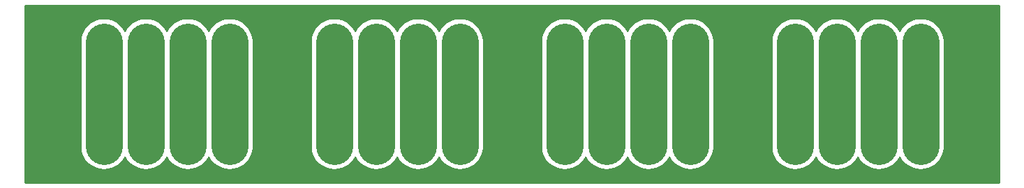
<source format=gbr>
%TF.GenerationSoftware,KiCad,Pcbnew,(5.1.6)-1*%
%TF.CreationDate,2022-05-09T12:52:55-05:00*%
%TF.ProjectId,edge_connector,65646765-5f63-46f6-9e6e-6563746f722e,rev?*%
%TF.SameCoordinates,Original*%
%TF.FileFunction,Copper,L2,Bot*%
%TF.FilePolarity,Positive*%
%FSLAX46Y46*%
G04 Gerber Fmt 4.6, Leading zero omitted, Abs format (unit mm)*
G04 Created by KiCad (PCBNEW (5.1.6)-1) date 2022-05-09 12:52:55*
%MOMM*%
%LPD*%
G01*
G04 APERTURE LIST*
%TA.AperFunction,ComponentPad*%
%ADD10C,3.000000*%
%TD*%
%TA.AperFunction,ViaPad*%
%ADD11C,5.000000*%
%TD*%
%TA.AperFunction,Conductor*%
%ADD12C,4.500000*%
%TD*%
%TA.AperFunction,Conductor*%
%ADD13C,0.254000*%
%TD*%
G04 APERTURE END LIST*
D10*
%TO.P,J7,4*%
%TO.N,Net-(J1-Pad1)*%
X10160000Y5080000D03*
%TO.P,J7,3*%
%TO.N,Net-(J1-Pad2)*%
X15240000Y5080000D03*
%TO.P,J7,2*%
%TO.N,Net-(J1-Pad3)*%
X20320000Y5080000D03*
%TO.P,J7,1*%
%TO.N,Net-(J1-Pad4)*%
X25400000Y5080000D03*
%TD*%
%TO.P,J8,1*%
%TO.N,Net-(J2-Pad4)*%
X53340000Y5080000D03*
%TO.P,J8,2*%
%TO.N,Net-(J2-Pad3)*%
X48260000Y5080000D03*
%TO.P,J8,3*%
%TO.N,Net-(J2-Pad2)*%
X43180000Y5080000D03*
%TO.P,J8,4*%
%TO.N,Net-(J2-Pad1)*%
X38100000Y5080000D03*
%TD*%
%TO.P,J9,4*%
%TO.N,Net-(J3-Pad1)*%
X66040000Y5080000D03*
%TO.P,J9,3*%
%TO.N,Net-(J3-Pad2)*%
X71120000Y5080000D03*
%TO.P,J9,2*%
%TO.N,Net-(J3-Pad3)*%
X76200000Y5080000D03*
%TO.P,J9,1*%
%TO.N,Net-(J3-Pad4)*%
X81280000Y5080000D03*
%TD*%
%TO.P,J1,5*%
%TO.N,GND*%
X30480000Y17780000D03*
%TO.P,J1,4*%
%TO.N,Net-(J1-Pad4)*%
X25400000Y17780000D03*
%TO.P,J1,3*%
%TO.N,Net-(J1-Pad3)*%
X20320000Y17780000D03*
%TO.P,J1,2*%
%TO.N,Net-(J1-Pad2)*%
X15240000Y17780000D03*
%TO.P,J1,1*%
%TO.N,Net-(J1-Pad1)*%
X10160000Y17780000D03*
%TD*%
%TO.P,J2,1*%
%TO.N,Net-(J2-Pad1)*%
X38100000Y17780000D03*
%TO.P,J2,2*%
%TO.N,Net-(J2-Pad2)*%
X43180000Y17780000D03*
%TO.P,J2,3*%
%TO.N,Net-(J2-Pad3)*%
X48260000Y17780000D03*
%TO.P,J2,4*%
%TO.N,Net-(J2-Pad4)*%
X53340000Y17780000D03*
%TO.P,J2,5*%
%TO.N,GND*%
X58420000Y17780000D03*
%TD*%
%TO.P,J3,5*%
%TO.N,GND*%
X86360000Y17780000D03*
%TO.P,J3,4*%
%TO.N,Net-(J3-Pad4)*%
X81280000Y17780000D03*
%TO.P,J3,3*%
%TO.N,Net-(J3-Pad3)*%
X76200000Y17780000D03*
%TO.P,J3,2*%
%TO.N,Net-(J3-Pad2)*%
X71120000Y17780000D03*
%TO.P,J3,1*%
%TO.N,Net-(J3-Pad1)*%
X66040000Y17780000D03*
%TD*%
%TO.P,J4,1*%
%TO.N,Net-(J10-Pad5)*%
X93980000Y17780000D03*
%TO.P,J4,2*%
%TO.N,Net-(J10-Pad4)*%
X99060000Y17780000D03*
%TO.P,J4,3*%
%TO.N,Net-(J10-Pad3)*%
X104140000Y17780000D03*
%TO.P,J4,4*%
%TO.N,Net-(J10-Pad2)*%
X109220000Y17780000D03*
%TO.P,J4,5*%
%TO.N,GND*%
X114300000Y17780000D03*
%TD*%
%TO.P,J10,5*%
%TO.N,Net-(J10-Pad5)*%
X93980000Y5080000D03*
%TO.P,J10,4*%
%TO.N,Net-(J10-Pad4)*%
X99060000Y5080000D03*
%TO.P,J10,3*%
%TO.N,Net-(J10-Pad3)*%
X104140000Y5080000D03*
%TO.P,J10,2*%
%TO.N,Net-(J10-Pad2)*%
X109220000Y5080000D03*
%TO.P,J10,1*%
%TO.N,GND*%
X114300000Y5080000D03*
%TD*%
D11*
%TO.N,GND*%
X3810000Y12065000D03*
X59690000Y12065000D03*
X115570000Y12065000D03*
%TD*%
D12*
%TO.N,Net-(J1-Pad1)*%
X10160000Y17780000D02*
X10160000Y5080000D01*
%TO.N,Net-(J1-Pad2)*%
X15240000Y17780000D02*
X15240000Y5080000D01*
%TO.N,Net-(J1-Pad3)*%
X20320000Y17780000D02*
X20320000Y5080000D01*
%TO.N,Net-(J1-Pad4)*%
X25400000Y17780000D02*
X25400000Y5080000D01*
%TO.N,Net-(J2-Pad4)*%
X53340000Y17780000D02*
X53340000Y5080000D01*
%TO.N,Net-(J2-Pad3)*%
X48260000Y17780000D02*
X48260000Y5080000D01*
%TO.N,Net-(J2-Pad2)*%
X43180000Y17780000D02*
X43180000Y5080000D01*
%TO.N,Net-(J2-Pad1)*%
X38100000Y17780000D02*
X38100000Y5080000D01*
%TO.N,Net-(J3-Pad1)*%
X66040000Y17780000D02*
X66040000Y5080000D01*
%TO.N,Net-(J3-Pad2)*%
X71120000Y17780000D02*
X71120000Y5080000D01*
%TO.N,Net-(J3-Pad3)*%
X76200000Y17780000D02*
X76200000Y5080000D01*
%TO.N,Net-(J3-Pad4)*%
X81280000Y17780000D02*
X81280000Y5080000D01*
%TO.N,Net-(J10-Pad2)*%
X109220000Y17780000D02*
X109220000Y5080000D01*
%TO.N,Net-(J10-Pad3)*%
X104140000Y17780000D02*
X104140000Y5080000D01*
%TO.N,Net-(J10-Pad4)*%
X99060000Y17780000D02*
X99060000Y5080000D01*
%TO.N,Net-(J10-Pad5)*%
X93980000Y17780000D02*
X93980000Y5080000D01*
%TD*%
D13*
%TO.N,GND*%
G36*
X118720000Y660000D02*
G01*
X660000Y660000D01*
X660000Y17921726D01*
X7275000Y17921726D01*
X7275001Y4938273D01*
X7316745Y4514441D01*
X7481712Y3970616D01*
X7749605Y3469425D01*
X8110127Y3030126D01*
X8549426Y2669604D01*
X9050617Y2401711D01*
X9594442Y2236744D01*
X10160000Y2181041D01*
X10725559Y2236744D01*
X11269384Y2401711D01*
X11770575Y2669604D01*
X12209874Y3030126D01*
X12570396Y3469425D01*
X12700001Y3711897D01*
X12829605Y3469425D01*
X13190127Y3030126D01*
X13629426Y2669604D01*
X14130617Y2401711D01*
X14674442Y2236744D01*
X15240000Y2181041D01*
X15805559Y2236744D01*
X16349384Y2401711D01*
X16850575Y2669604D01*
X17289874Y3030126D01*
X17650396Y3469425D01*
X17780001Y3711897D01*
X17909605Y3469425D01*
X18270127Y3030126D01*
X18709426Y2669604D01*
X19210617Y2401711D01*
X19754442Y2236744D01*
X20320000Y2181041D01*
X20885559Y2236744D01*
X21429384Y2401711D01*
X21930575Y2669604D01*
X22369874Y3030126D01*
X22730396Y3469425D01*
X22860001Y3711897D01*
X22989605Y3469425D01*
X23350127Y3030126D01*
X23789426Y2669604D01*
X24290617Y2401711D01*
X24834442Y2236744D01*
X25400000Y2181041D01*
X25965559Y2236744D01*
X26509384Y2401711D01*
X27010575Y2669604D01*
X27449874Y3030126D01*
X27810396Y3469425D01*
X28078289Y3970616D01*
X28243256Y4514441D01*
X28285000Y4938273D01*
X28285000Y17921726D01*
X35215000Y17921726D01*
X35215001Y4938273D01*
X35256745Y4514441D01*
X35421712Y3970616D01*
X35689605Y3469425D01*
X36050127Y3030126D01*
X36489426Y2669604D01*
X36990617Y2401711D01*
X37534442Y2236744D01*
X38100000Y2181041D01*
X38665559Y2236744D01*
X39209384Y2401711D01*
X39710575Y2669604D01*
X40149874Y3030126D01*
X40510396Y3469425D01*
X40640001Y3711897D01*
X40769605Y3469425D01*
X41130127Y3030126D01*
X41569426Y2669604D01*
X42070617Y2401711D01*
X42614442Y2236744D01*
X43180000Y2181041D01*
X43745559Y2236744D01*
X44289384Y2401711D01*
X44790575Y2669604D01*
X45229874Y3030126D01*
X45590396Y3469425D01*
X45720001Y3711897D01*
X45849605Y3469425D01*
X46210127Y3030126D01*
X46649426Y2669604D01*
X47150617Y2401711D01*
X47694442Y2236744D01*
X48260000Y2181041D01*
X48825559Y2236744D01*
X49369384Y2401711D01*
X49870575Y2669604D01*
X50309874Y3030126D01*
X50670396Y3469425D01*
X50800001Y3711897D01*
X50929605Y3469425D01*
X51290127Y3030126D01*
X51729426Y2669604D01*
X52230617Y2401711D01*
X52774442Y2236744D01*
X53340000Y2181041D01*
X53905559Y2236744D01*
X54449384Y2401711D01*
X54950575Y2669604D01*
X55389874Y3030126D01*
X55750396Y3469425D01*
X56018289Y3970616D01*
X56183256Y4514441D01*
X56225000Y4938273D01*
X56225000Y17921726D01*
X63155000Y17921726D01*
X63155001Y4938273D01*
X63196745Y4514441D01*
X63361712Y3970616D01*
X63629605Y3469425D01*
X63990127Y3030126D01*
X64429426Y2669604D01*
X64930617Y2401711D01*
X65474442Y2236744D01*
X66040000Y2181041D01*
X66605559Y2236744D01*
X67149384Y2401711D01*
X67650575Y2669604D01*
X68089874Y3030126D01*
X68450396Y3469425D01*
X68580001Y3711897D01*
X68709605Y3469425D01*
X69070127Y3030126D01*
X69509426Y2669604D01*
X70010617Y2401711D01*
X70554442Y2236744D01*
X71120000Y2181041D01*
X71685559Y2236744D01*
X72229384Y2401711D01*
X72730575Y2669604D01*
X73169874Y3030126D01*
X73530396Y3469425D01*
X73660001Y3711897D01*
X73789605Y3469425D01*
X74150127Y3030126D01*
X74589426Y2669604D01*
X75090617Y2401711D01*
X75634442Y2236744D01*
X76200000Y2181041D01*
X76765559Y2236744D01*
X77309384Y2401711D01*
X77810575Y2669604D01*
X78249874Y3030126D01*
X78610396Y3469425D01*
X78740001Y3711897D01*
X78869605Y3469425D01*
X79230127Y3030126D01*
X79669426Y2669604D01*
X80170617Y2401711D01*
X80714442Y2236744D01*
X81280000Y2181041D01*
X81845559Y2236744D01*
X82389384Y2401711D01*
X82890575Y2669604D01*
X83329874Y3030126D01*
X83690396Y3469425D01*
X83958289Y3970616D01*
X84123256Y4514441D01*
X84165000Y4938273D01*
X84165000Y17921726D01*
X91095000Y17921726D01*
X91095001Y4938273D01*
X91136745Y4514441D01*
X91301712Y3970616D01*
X91569605Y3469425D01*
X91930127Y3030126D01*
X92369426Y2669604D01*
X92870617Y2401711D01*
X93414442Y2236744D01*
X93980000Y2181041D01*
X94545559Y2236744D01*
X95089384Y2401711D01*
X95590575Y2669604D01*
X96029874Y3030126D01*
X96390396Y3469425D01*
X96520001Y3711897D01*
X96649605Y3469425D01*
X97010127Y3030126D01*
X97449426Y2669604D01*
X97950617Y2401711D01*
X98494442Y2236744D01*
X99060000Y2181041D01*
X99625559Y2236744D01*
X100169384Y2401711D01*
X100670575Y2669604D01*
X101109874Y3030126D01*
X101470396Y3469425D01*
X101600001Y3711897D01*
X101729605Y3469425D01*
X102090127Y3030126D01*
X102529426Y2669604D01*
X103030617Y2401711D01*
X103574442Y2236744D01*
X104140000Y2181041D01*
X104705559Y2236744D01*
X105249384Y2401711D01*
X105750575Y2669604D01*
X106189874Y3030126D01*
X106550396Y3469425D01*
X106680001Y3711897D01*
X106809605Y3469425D01*
X107170127Y3030126D01*
X107609426Y2669604D01*
X108110617Y2401711D01*
X108654442Y2236744D01*
X109220000Y2181041D01*
X109785559Y2236744D01*
X110329384Y2401711D01*
X110830575Y2669604D01*
X111269874Y3030126D01*
X111630396Y3469425D01*
X111898289Y3970616D01*
X112063256Y4514441D01*
X112105000Y4938273D01*
X112105000Y17921727D01*
X112063256Y18345559D01*
X111898289Y18889384D01*
X111630396Y19390575D01*
X111269873Y19829874D01*
X110830574Y20190396D01*
X110329383Y20458289D01*
X109785558Y20623256D01*
X109220000Y20678959D01*
X108654441Y20623256D01*
X108110616Y20458289D01*
X107609425Y20190396D01*
X107170126Y19829873D01*
X106809604Y19390574D01*
X106680000Y19148103D01*
X106550396Y19390575D01*
X106189873Y19829874D01*
X105750574Y20190396D01*
X105249383Y20458289D01*
X104705558Y20623256D01*
X104140000Y20678959D01*
X103574441Y20623256D01*
X103030616Y20458289D01*
X102529425Y20190396D01*
X102090126Y19829873D01*
X101729604Y19390574D01*
X101600000Y19148103D01*
X101470396Y19390575D01*
X101109873Y19829874D01*
X100670574Y20190396D01*
X100169383Y20458289D01*
X99625558Y20623256D01*
X99060000Y20678959D01*
X98494441Y20623256D01*
X97950616Y20458289D01*
X97449425Y20190396D01*
X97010126Y19829873D01*
X96649604Y19390574D01*
X96520000Y19148103D01*
X96390396Y19390575D01*
X96029873Y19829874D01*
X95590574Y20190396D01*
X95089383Y20458289D01*
X94545558Y20623256D01*
X93980000Y20678959D01*
X93414441Y20623256D01*
X92870616Y20458289D01*
X92369425Y20190396D01*
X91930126Y19829873D01*
X91569604Y19390574D01*
X91301711Y18889383D01*
X91136744Y18345558D01*
X91095000Y17921726D01*
X84165000Y17921726D01*
X84165000Y17921727D01*
X84123256Y18345559D01*
X83958289Y18889384D01*
X83690396Y19390575D01*
X83329873Y19829874D01*
X82890574Y20190396D01*
X82389383Y20458289D01*
X81845558Y20623256D01*
X81280000Y20678959D01*
X80714441Y20623256D01*
X80170616Y20458289D01*
X79669425Y20190396D01*
X79230126Y19829873D01*
X78869604Y19390574D01*
X78740000Y19148103D01*
X78610396Y19390575D01*
X78249873Y19829874D01*
X77810574Y20190396D01*
X77309383Y20458289D01*
X76765558Y20623256D01*
X76200000Y20678959D01*
X75634441Y20623256D01*
X75090616Y20458289D01*
X74589425Y20190396D01*
X74150126Y19829873D01*
X73789604Y19390574D01*
X73660000Y19148103D01*
X73530396Y19390575D01*
X73169873Y19829874D01*
X72730574Y20190396D01*
X72229383Y20458289D01*
X71685558Y20623256D01*
X71120000Y20678959D01*
X70554441Y20623256D01*
X70010616Y20458289D01*
X69509425Y20190396D01*
X69070126Y19829873D01*
X68709604Y19390574D01*
X68580000Y19148103D01*
X68450396Y19390575D01*
X68089873Y19829874D01*
X67650574Y20190396D01*
X67149383Y20458289D01*
X66605558Y20623256D01*
X66040000Y20678959D01*
X65474441Y20623256D01*
X64930616Y20458289D01*
X64429425Y20190396D01*
X63990126Y19829873D01*
X63629604Y19390574D01*
X63361711Y18889383D01*
X63196744Y18345558D01*
X63155000Y17921726D01*
X56225000Y17921726D01*
X56225000Y17921727D01*
X56183256Y18345559D01*
X56018289Y18889384D01*
X55750396Y19390575D01*
X55389873Y19829874D01*
X54950574Y20190396D01*
X54449383Y20458289D01*
X53905558Y20623256D01*
X53340000Y20678959D01*
X52774441Y20623256D01*
X52230616Y20458289D01*
X51729425Y20190396D01*
X51290126Y19829873D01*
X50929604Y19390574D01*
X50800000Y19148103D01*
X50670396Y19390575D01*
X50309873Y19829874D01*
X49870574Y20190396D01*
X49369383Y20458289D01*
X48825558Y20623256D01*
X48260000Y20678959D01*
X47694441Y20623256D01*
X47150616Y20458289D01*
X46649425Y20190396D01*
X46210126Y19829873D01*
X45849604Y19390574D01*
X45720000Y19148103D01*
X45590396Y19390575D01*
X45229873Y19829874D01*
X44790574Y20190396D01*
X44289383Y20458289D01*
X43745558Y20623256D01*
X43180000Y20678959D01*
X42614441Y20623256D01*
X42070616Y20458289D01*
X41569425Y20190396D01*
X41130126Y19829873D01*
X40769604Y19390574D01*
X40640000Y19148103D01*
X40510396Y19390575D01*
X40149873Y19829874D01*
X39710574Y20190396D01*
X39209383Y20458289D01*
X38665558Y20623256D01*
X38100000Y20678959D01*
X37534441Y20623256D01*
X36990616Y20458289D01*
X36489425Y20190396D01*
X36050126Y19829873D01*
X35689604Y19390574D01*
X35421711Y18889383D01*
X35256744Y18345558D01*
X35215000Y17921726D01*
X28285000Y17921726D01*
X28285000Y17921727D01*
X28243256Y18345559D01*
X28078289Y18889384D01*
X27810396Y19390575D01*
X27449873Y19829874D01*
X27010574Y20190396D01*
X26509383Y20458289D01*
X25965558Y20623256D01*
X25400000Y20678959D01*
X24834441Y20623256D01*
X24290616Y20458289D01*
X23789425Y20190396D01*
X23350126Y19829873D01*
X22989604Y19390574D01*
X22860000Y19148103D01*
X22730396Y19390575D01*
X22369873Y19829874D01*
X21930574Y20190396D01*
X21429383Y20458289D01*
X20885558Y20623256D01*
X20320000Y20678959D01*
X19754441Y20623256D01*
X19210616Y20458289D01*
X18709425Y20190396D01*
X18270126Y19829873D01*
X17909604Y19390574D01*
X17780000Y19148103D01*
X17650396Y19390575D01*
X17289873Y19829874D01*
X16850574Y20190396D01*
X16349383Y20458289D01*
X15805558Y20623256D01*
X15240000Y20678959D01*
X14674441Y20623256D01*
X14130616Y20458289D01*
X13629425Y20190396D01*
X13190126Y19829873D01*
X12829604Y19390574D01*
X12700000Y19148103D01*
X12570396Y19390575D01*
X12209873Y19829874D01*
X11770574Y20190396D01*
X11269383Y20458289D01*
X10725558Y20623256D01*
X10160000Y20678959D01*
X9594441Y20623256D01*
X9050616Y20458289D01*
X8549425Y20190396D01*
X8110126Y19829873D01*
X7749604Y19390574D01*
X7481711Y18889383D01*
X7316744Y18345558D01*
X7275000Y17921726D01*
X660000Y17921726D01*
X660000Y22200000D01*
X118720001Y22200000D01*
X118720000Y660000D01*
G37*
X118720000Y660000D02*
X660000Y660000D01*
X660000Y17921726D01*
X7275000Y17921726D01*
X7275001Y4938273D01*
X7316745Y4514441D01*
X7481712Y3970616D01*
X7749605Y3469425D01*
X8110127Y3030126D01*
X8549426Y2669604D01*
X9050617Y2401711D01*
X9594442Y2236744D01*
X10160000Y2181041D01*
X10725559Y2236744D01*
X11269384Y2401711D01*
X11770575Y2669604D01*
X12209874Y3030126D01*
X12570396Y3469425D01*
X12700001Y3711897D01*
X12829605Y3469425D01*
X13190127Y3030126D01*
X13629426Y2669604D01*
X14130617Y2401711D01*
X14674442Y2236744D01*
X15240000Y2181041D01*
X15805559Y2236744D01*
X16349384Y2401711D01*
X16850575Y2669604D01*
X17289874Y3030126D01*
X17650396Y3469425D01*
X17780001Y3711897D01*
X17909605Y3469425D01*
X18270127Y3030126D01*
X18709426Y2669604D01*
X19210617Y2401711D01*
X19754442Y2236744D01*
X20320000Y2181041D01*
X20885559Y2236744D01*
X21429384Y2401711D01*
X21930575Y2669604D01*
X22369874Y3030126D01*
X22730396Y3469425D01*
X22860001Y3711897D01*
X22989605Y3469425D01*
X23350127Y3030126D01*
X23789426Y2669604D01*
X24290617Y2401711D01*
X24834442Y2236744D01*
X25400000Y2181041D01*
X25965559Y2236744D01*
X26509384Y2401711D01*
X27010575Y2669604D01*
X27449874Y3030126D01*
X27810396Y3469425D01*
X28078289Y3970616D01*
X28243256Y4514441D01*
X28285000Y4938273D01*
X28285000Y17921726D01*
X35215000Y17921726D01*
X35215001Y4938273D01*
X35256745Y4514441D01*
X35421712Y3970616D01*
X35689605Y3469425D01*
X36050127Y3030126D01*
X36489426Y2669604D01*
X36990617Y2401711D01*
X37534442Y2236744D01*
X38100000Y2181041D01*
X38665559Y2236744D01*
X39209384Y2401711D01*
X39710575Y2669604D01*
X40149874Y3030126D01*
X40510396Y3469425D01*
X40640001Y3711897D01*
X40769605Y3469425D01*
X41130127Y3030126D01*
X41569426Y2669604D01*
X42070617Y2401711D01*
X42614442Y2236744D01*
X43180000Y2181041D01*
X43745559Y2236744D01*
X44289384Y2401711D01*
X44790575Y2669604D01*
X45229874Y3030126D01*
X45590396Y3469425D01*
X45720001Y3711897D01*
X45849605Y3469425D01*
X46210127Y3030126D01*
X46649426Y2669604D01*
X47150617Y2401711D01*
X47694442Y2236744D01*
X48260000Y2181041D01*
X48825559Y2236744D01*
X49369384Y2401711D01*
X49870575Y2669604D01*
X50309874Y3030126D01*
X50670396Y3469425D01*
X50800001Y3711897D01*
X50929605Y3469425D01*
X51290127Y3030126D01*
X51729426Y2669604D01*
X52230617Y2401711D01*
X52774442Y2236744D01*
X53340000Y2181041D01*
X53905559Y2236744D01*
X54449384Y2401711D01*
X54950575Y2669604D01*
X55389874Y3030126D01*
X55750396Y3469425D01*
X56018289Y3970616D01*
X56183256Y4514441D01*
X56225000Y4938273D01*
X56225000Y17921726D01*
X63155000Y17921726D01*
X63155001Y4938273D01*
X63196745Y4514441D01*
X63361712Y3970616D01*
X63629605Y3469425D01*
X63990127Y3030126D01*
X64429426Y2669604D01*
X64930617Y2401711D01*
X65474442Y2236744D01*
X66040000Y2181041D01*
X66605559Y2236744D01*
X67149384Y2401711D01*
X67650575Y2669604D01*
X68089874Y3030126D01*
X68450396Y3469425D01*
X68580001Y3711897D01*
X68709605Y3469425D01*
X69070127Y3030126D01*
X69509426Y2669604D01*
X70010617Y2401711D01*
X70554442Y2236744D01*
X71120000Y2181041D01*
X71685559Y2236744D01*
X72229384Y2401711D01*
X72730575Y2669604D01*
X73169874Y3030126D01*
X73530396Y3469425D01*
X73660001Y3711897D01*
X73789605Y3469425D01*
X74150127Y3030126D01*
X74589426Y2669604D01*
X75090617Y2401711D01*
X75634442Y2236744D01*
X76200000Y2181041D01*
X76765559Y2236744D01*
X77309384Y2401711D01*
X77810575Y2669604D01*
X78249874Y3030126D01*
X78610396Y3469425D01*
X78740001Y3711897D01*
X78869605Y3469425D01*
X79230127Y3030126D01*
X79669426Y2669604D01*
X80170617Y2401711D01*
X80714442Y2236744D01*
X81280000Y2181041D01*
X81845559Y2236744D01*
X82389384Y2401711D01*
X82890575Y2669604D01*
X83329874Y3030126D01*
X83690396Y3469425D01*
X83958289Y3970616D01*
X84123256Y4514441D01*
X84165000Y4938273D01*
X84165000Y17921726D01*
X91095000Y17921726D01*
X91095001Y4938273D01*
X91136745Y4514441D01*
X91301712Y3970616D01*
X91569605Y3469425D01*
X91930127Y3030126D01*
X92369426Y2669604D01*
X92870617Y2401711D01*
X93414442Y2236744D01*
X93980000Y2181041D01*
X94545559Y2236744D01*
X95089384Y2401711D01*
X95590575Y2669604D01*
X96029874Y3030126D01*
X96390396Y3469425D01*
X96520001Y3711897D01*
X96649605Y3469425D01*
X97010127Y3030126D01*
X97449426Y2669604D01*
X97950617Y2401711D01*
X98494442Y2236744D01*
X99060000Y2181041D01*
X99625559Y2236744D01*
X100169384Y2401711D01*
X100670575Y2669604D01*
X101109874Y3030126D01*
X101470396Y3469425D01*
X101600001Y3711897D01*
X101729605Y3469425D01*
X102090127Y3030126D01*
X102529426Y2669604D01*
X103030617Y2401711D01*
X103574442Y2236744D01*
X104140000Y2181041D01*
X104705559Y2236744D01*
X105249384Y2401711D01*
X105750575Y2669604D01*
X106189874Y3030126D01*
X106550396Y3469425D01*
X106680001Y3711897D01*
X106809605Y3469425D01*
X107170127Y3030126D01*
X107609426Y2669604D01*
X108110617Y2401711D01*
X108654442Y2236744D01*
X109220000Y2181041D01*
X109785559Y2236744D01*
X110329384Y2401711D01*
X110830575Y2669604D01*
X111269874Y3030126D01*
X111630396Y3469425D01*
X111898289Y3970616D01*
X112063256Y4514441D01*
X112105000Y4938273D01*
X112105000Y17921727D01*
X112063256Y18345559D01*
X111898289Y18889384D01*
X111630396Y19390575D01*
X111269873Y19829874D01*
X110830574Y20190396D01*
X110329383Y20458289D01*
X109785558Y20623256D01*
X109220000Y20678959D01*
X108654441Y20623256D01*
X108110616Y20458289D01*
X107609425Y20190396D01*
X107170126Y19829873D01*
X106809604Y19390574D01*
X106680000Y19148103D01*
X106550396Y19390575D01*
X106189873Y19829874D01*
X105750574Y20190396D01*
X105249383Y20458289D01*
X104705558Y20623256D01*
X104140000Y20678959D01*
X103574441Y20623256D01*
X103030616Y20458289D01*
X102529425Y20190396D01*
X102090126Y19829873D01*
X101729604Y19390574D01*
X101600000Y19148103D01*
X101470396Y19390575D01*
X101109873Y19829874D01*
X100670574Y20190396D01*
X100169383Y20458289D01*
X99625558Y20623256D01*
X99060000Y20678959D01*
X98494441Y20623256D01*
X97950616Y20458289D01*
X97449425Y20190396D01*
X97010126Y19829873D01*
X96649604Y19390574D01*
X96520000Y19148103D01*
X96390396Y19390575D01*
X96029873Y19829874D01*
X95590574Y20190396D01*
X95089383Y20458289D01*
X94545558Y20623256D01*
X93980000Y20678959D01*
X93414441Y20623256D01*
X92870616Y20458289D01*
X92369425Y20190396D01*
X91930126Y19829873D01*
X91569604Y19390574D01*
X91301711Y18889383D01*
X91136744Y18345558D01*
X91095000Y17921726D01*
X84165000Y17921726D01*
X84165000Y17921727D01*
X84123256Y18345559D01*
X83958289Y18889384D01*
X83690396Y19390575D01*
X83329873Y19829874D01*
X82890574Y20190396D01*
X82389383Y20458289D01*
X81845558Y20623256D01*
X81280000Y20678959D01*
X80714441Y20623256D01*
X80170616Y20458289D01*
X79669425Y20190396D01*
X79230126Y19829873D01*
X78869604Y19390574D01*
X78740000Y19148103D01*
X78610396Y19390575D01*
X78249873Y19829874D01*
X77810574Y20190396D01*
X77309383Y20458289D01*
X76765558Y20623256D01*
X76200000Y20678959D01*
X75634441Y20623256D01*
X75090616Y20458289D01*
X74589425Y20190396D01*
X74150126Y19829873D01*
X73789604Y19390574D01*
X73660000Y19148103D01*
X73530396Y19390575D01*
X73169873Y19829874D01*
X72730574Y20190396D01*
X72229383Y20458289D01*
X71685558Y20623256D01*
X71120000Y20678959D01*
X70554441Y20623256D01*
X70010616Y20458289D01*
X69509425Y20190396D01*
X69070126Y19829873D01*
X68709604Y19390574D01*
X68580000Y19148103D01*
X68450396Y19390575D01*
X68089873Y19829874D01*
X67650574Y20190396D01*
X67149383Y20458289D01*
X66605558Y20623256D01*
X66040000Y20678959D01*
X65474441Y20623256D01*
X64930616Y20458289D01*
X64429425Y20190396D01*
X63990126Y19829873D01*
X63629604Y19390574D01*
X63361711Y18889383D01*
X63196744Y18345558D01*
X63155000Y17921726D01*
X56225000Y17921726D01*
X56225000Y17921727D01*
X56183256Y18345559D01*
X56018289Y18889384D01*
X55750396Y19390575D01*
X55389873Y19829874D01*
X54950574Y20190396D01*
X54449383Y20458289D01*
X53905558Y20623256D01*
X53340000Y20678959D01*
X52774441Y20623256D01*
X52230616Y20458289D01*
X51729425Y20190396D01*
X51290126Y19829873D01*
X50929604Y19390574D01*
X50800000Y19148103D01*
X50670396Y19390575D01*
X50309873Y19829874D01*
X49870574Y20190396D01*
X49369383Y20458289D01*
X48825558Y20623256D01*
X48260000Y20678959D01*
X47694441Y20623256D01*
X47150616Y20458289D01*
X46649425Y20190396D01*
X46210126Y19829873D01*
X45849604Y19390574D01*
X45720000Y19148103D01*
X45590396Y19390575D01*
X45229873Y19829874D01*
X44790574Y20190396D01*
X44289383Y20458289D01*
X43745558Y20623256D01*
X43180000Y20678959D01*
X42614441Y20623256D01*
X42070616Y20458289D01*
X41569425Y20190396D01*
X41130126Y19829873D01*
X40769604Y19390574D01*
X40640000Y19148103D01*
X40510396Y19390575D01*
X40149873Y19829874D01*
X39710574Y20190396D01*
X39209383Y20458289D01*
X38665558Y20623256D01*
X38100000Y20678959D01*
X37534441Y20623256D01*
X36990616Y20458289D01*
X36489425Y20190396D01*
X36050126Y19829873D01*
X35689604Y19390574D01*
X35421711Y18889383D01*
X35256744Y18345558D01*
X35215000Y17921726D01*
X28285000Y17921726D01*
X28285000Y17921727D01*
X28243256Y18345559D01*
X28078289Y18889384D01*
X27810396Y19390575D01*
X27449873Y19829874D01*
X27010574Y20190396D01*
X26509383Y20458289D01*
X25965558Y20623256D01*
X25400000Y20678959D01*
X24834441Y20623256D01*
X24290616Y20458289D01*
X23789425Y20190396D01*
X23350126Y19829873D01*
X22989604Y19390574D01*
X22860000Y19148103D01*
X22730396Y19390575D01*
X22369873Y19829874D01*
X21930574Y20190396D01*
X21429383Y20458289D01*
X20885558Y20623256D01*
X20320000Y20678959D01*
X19754441Y20623256D01*
X19210616Y20458289D01*
X18709425Y20190396D01*
X18270126Y19829873D01*
X17909604Y19390574D01*
X17780000Y19148103D01*
X17650396Y19390575D01*
X17289873Y19829874D01*
X16850574Y20190396D01*
X16349383Y20458289D01*
X15805558Y20623256D01*
X15240000Y20678959D01*
X14674441Y20623256D01*
X14130616Y20458289D01*
X13629425Y20190396D01*
X13190126Y19829873D01*
X12829604Y19390574D01*
X12700000Y19148103D01*
X12570396Y19390575D01*
X12209873Y19829874D01*
X11770574Y20190396D01*
X11269383Y20458289D01*
X10725558Y20623256D01*
X10160000Y20678959D01*
X9594441Y20623256D01*
X9050616Y20458289D01*
X8549425Y20190396D01*
X8110126Y19829873D01*
X7749604Y19390574D01*
X7481711Y18889383D01*
X7316744Y18345558D01*
X7275000Y17921726D01*
X660000Y17921726D01*
X660000Y22200000D01*
X118720001Y22200000D01*
X118720000Y660000D01*
%TD*%
M02*

</source>
